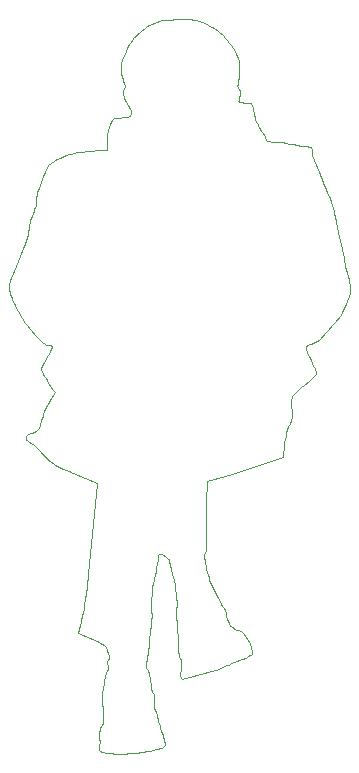
<source format=gbr>
%TF.GenerationSoftware,KiCad,Pcbnew,(5.99.0-9526-g5c17ff0595)*%
%TF.CreationDate,2021-06-06T14:51:48-05:00*%
%TF.ProjectId,BernieMittensNoChair,4265726e-6965-44d6-9974-74656e734e6f,rev?*%
%TF.SameCoordinates,Original*%
%TF.FileFunction,Profile,NP*%
%FSLAX46Y46*%
G04 Gerber Fmt 4.6, Leading zero omitted, Abs format (unit mm)*
G04 Created by KiCad (PCBNEW (5.99.0-9526-g5c17ff0595)) date 2021-06-06 14:51:48*
%MOMM*%
%LPD*%
G01*
G04 APERTURE LIST*
%TA.AperFunction,Profile*%
%ADD10C,0.100000*%
%TD*%
G04 APERTURE END LIST*
D10*
X145739602Y-125872500D02*
X145732802Y-126016400D01*
X141012300Y-96203500D02*
X141079000Y-96223500D01*
X151878392Y-116571200D02*
X151950392Y-116965300D01*
X150125400Y-125861000D02*
X150114900Y-125802400D01*
X156696900Y-123148900D02*
X156765600Y-123118800D01*
X157339400Y-75638000D02*
X157318300Y-75626200D01*
X165461500Y-85348200D02*
X165408900Y-85125400D01*
X156619700Y-123193500D02*
X156696900Y-123148900D01*
X156331503Y-123354800D02*
X156331503Y-123354800D01*
X145834802Y-128077500D02*
X145814502Y-128172200D01*
X152834900Y-68633900D02*
X152638800Y-68627600D01*
X140620500Y-98072600D02*
X140605200Y-98129500D01*
X154428200Y-113880500D02*
X154445300Y-113854500D01*
X158299600Y-122511600D02*
X158357700Y-122475300D01*
X149905592Y-118057700D02*
X149917592Y-117697700D01*
X140606800Y-98362200D02*
X140622800Y-98424100D01*
X139728900Y-85456400D02*
X139679700Y-85630700D01*
X150477602Y-128066300D02*
X150469602Y-128010400D01*
X152053692Y-119585100D02*
X152076992Y-119704700D01*
X159118000Y-77942100D02*
X159036000Y-77796400D01*
X152030592Y-117556900D02*
X152040592Y-117718100D01*
X161895100Y-79245600D02*
X161599800Y-79188700D01*
X144104800Y-118962100D02*
X144073500Y-119060700D01*
X140253100Y-83291300D02*
X140220800Y-83431900D01*
X150658602Y-128608000D02*
X150659402Y-128582900D01*
X152036592Y-119463100D02*
X152053692Y-119585100D01*
X146143700Y-78572700D02*
X146131700Y-78717600D01*
X144397200Y-79817100D02*
X144129200Y-79849700D01*
X146848402Y-130851500D02*
X146946902Y-130858800D01*
X150279892Y-115385200D02*
X150338792Y-115049500D01*
X141527500Y-99933900D02*
X141605700Y-100019200D01*
X142085000Y-106543700D02*
X142273000Y-106637700D01*
X141253100Y-80945400D02*
X141200000Y-81000000D01*
X145452802Y-130347900D02*
X145454602Y-130404000D01*
X140427500Y-103219200D02*
X140406000Y-103259300D01*
X139451600Y-104374600D02*
X139562400Y-104442200D01*
X159509300Y-78554200D02*
X159429400Y-78417800D01*
X148108302Y-130794200D02*
X148613402Y-130741300D01*
X141485900Y-96358700D02*
X141475100Y-96404300D01*
X146303602Y-122828700D02*
X146283502Y-122857700D01*
X147670500Y-74380300D02*
X147639600Y-74432100D01*
X158714900Y-77186000D02*
X158690300Y-77067900D01*
X162152993Y-100185254D02*
X162250993Y-100093054D01*
X141299900Y-100879500D02*
X141216700Y-101029400D01*
X163646600Y-80492500D02*
X163616700Y-80428800D01*
X163235893Y-97134454D02*
X163125593Y-96883054D01*
X161794193Y-102295054D02*
X161799493Y-102194054D01*
X154171000Y-68897200D02*
X153914100Y-68793000D01*
X141554100Y-100483400D02*
X141469100Y-100605300D01*
X151044302Y-130082500D02*
X151050102Y-130047400D01*
X145846402Y-127972200D02*
X145834802Y-128077500D01*
X150656102Y-128552100D02*
X150638502Y-128477200D01*
X151540100Y-68687800D02*
X151187100Y-68722200D01*
X140190900Y-83691400D02*
X140188100Y-83829500D01*
X146443800Y-77555700D02*
X146351000Y-77806400D01*
X166333900Y-89566200D02*
X166185200Y-88890600D01*
X157376000Y-74618700D02*
X157364500Y-74578100D01*
X147373500Y-72505200D02*
X147363700Y-72686200D01*
X145575102Y-129875100D02*
X145571102Y-129899400D01*
X163847093Y-98492154D02*
X163833593Y-98431554D01*
X140437500Y-95764000D02*
X140541300Y-95867300D01*
X145888802Y-130728200D02*
X145982302Y-130743000D01*
X150546292Y-113959500D02*
X150559092Y-113931200D01*
X140163300Y-84193800D02*
X140140700Y-84308300D01*
X156275200Y-119017000D02*
X156269700Y-118976700D01*
X165734800Y-86644800D02*
X165560500Y-85798700D01*
X148196000Y-76590500D02*
X148170700Y-76657000D01*
X163819993Y-98696454D02*
X163836093Y-98667954D01*
X163544800Y-80205200D02*
X163528000Y-80124500D01*
X155824500Y-118157400D02*
X155694400Y-117925000D01*
X156306500Y-119384500D02*
X156288200Y-119312800D01*
X149686400Y-123994300D02*
X149676600Y-123948400D01*
X156927700Y-120242900D02*
X156872100Y-120191700D01*
X158557200Y-76363500D02*
X158507600Y-76181200D01*
X156809200Y-71086400D02*
X156650300Y-70849800D01*
X139960000Y-103564900D02*
X139773000Y-103642100D01*
X140350600Y-103332000D02*
X140315200Y-103365800D01*
X150941102Y-129454800D02*
X150885202Y-129284900D01*
X141485600Y-96331900D02*
X141485900Y-96358700D01*
X139655200Y-103690900D02*
X139556900Y-103735300D01*
X152040592Y-117718100D02*
X152047392Y-117887800D01*
X157331900Y-73320800D02*
X157339400Y-73168400D01*
X156331400Y-123354600D02*
X156341700Y-123358400D01*
X158392100Y-122447200D02*
X158413100Y-122416100D01*
X142721600Y-80160200D02*
X142519000Y-80231400D01*
X138356100Y-92851100D02*
X138477200Y-93084500D01*
X137875500Y-91297600D02*
X137878500Y-91439700D01*
X147516500Y-75030500D02*
X147558600Y-75161100D01*
X152260300Y-68632900D02*
X152076800Y-68642500D01*
X157320100Y-73476400D02*
X157331900Y-73320800D01*
X149846492Y-120117300D02*
X149874992Y-119941800D01*
X158357700Y-122475300D02*
X158392100Y-122447200D01*
X155694400Y-117925000D02*
X155548500Y-117654600D01*
X150084092Y-116283400D02*
X150111392Y-116177100D01*
X143622100Y-79931400D02*
X143382900Y-79980300D01*
X139325800Y-103895000D02*
X139300400Y-103935900D01*
X157350000Y-74546500D02*
X157331900Y-74525000D01*
X139370400Y-87208500D02*
X139331500Y-87335600D01*
X145741802Y-128365000D02*
X145686702Y-128480100D01*
X166073200Y-93438300D02*
X166204300Y-93128900D01*
X152323302Y-122690800D02*
X152359402Y-122775300D01*
X140857700Y-97654000D02*
X140742300Y-97835700D01*
X152297802Y-122628700D02*
X152323302Y-122690800D01*
X145488202Y-130118500D02*
X145466902Y-130218500D01*
X141355000Y-96251900D02*
X141414200Y-96270700D01*
X146634800Y-77100900D02*
X146594700Y-77179900D01*
X145550802Y-129720400D02*
X145570602Y-129806900D01*
X144550800Y-115828600D02*
X144539300Y-115970500D01*
X163027393Y-96599754D02*
X163013293Y-96526354D01*
X150599192Y-113892100D02*
X150631792Y-113888100D01*
X163342493Y-97336554D02*
X163235893Y-97134454D01*
X163812493Y-98364854D02*
X163783893Y-98291354D01*
X150708992Y-113903400D02*
X150812292Y-113945000D01*
X163684393Y-98858654D02*
X163766393Y-98767954D01*
X152037392Y-118616800D02*
X152027092Y-118836600D01*
X157363500Y-75213600D02*
X157381800Y-75065000D01*
X154686200Y-69131500D02*
X154428200Y-69009100D01*
X147558600Y-75161100D02*
X147618500Y-75309300D01*
X156123100Y-118630500D02*
X156038600Y-118509600D01*
X161756593Y-102565054D02*
X161772893Y-102480554D01*
X161749393Y-100964654D02*
X161773193Y-100827554D01*
X150224202Y-127138300D02*
X150181802Y-126989900D01*
X151696392Y-115656900D02*
X151790892Y-116122700D01*
X151445792Y-114534900D02*
X151515692Y-114825400D01*
X149548700Y-122626500D02*
X149594600Y-122325000D01*
X147355900Y-72870100D02*
X147355600Y-72967200D01*
X146284300Y-77996400D02*
X146231900Y-78158800D01*
X163515200Y-80042800D02*
X163506700Y-79961300D01*
X149919192Y-119567100D02*
X149926192Y-119420700D01*
X157500300Y-120451400D02*
X157449900Y-120432600D01*
X166028100Y-88120300D02*
X165734800Y-86644800D01*
X146123602Y-123838700D02*
X146080502Y-123948500D01*
X140556200Y-82433000D02*
X140449200Y-82711500D01*
X144250200Y-118161200D02*
X144188600Y-118545800D01*
X157294600Y-75598200D02*
X157290300Y-75581100D01*
X163138193Y-96236054D02*
X163195793Y-96203454D01*
X150278102Y-127310700D02*
X150224202Y-127138300D01*
X145338402Y-121316800D02*
X145446502Y-121376700D01*
X161685693Y-102788354D02*
X161712993Y-102718954D01*
X161915593Y-100477354D02*
X161984993Y-100375854D01*
X163435993Y-99097354D02*
X163574093Y-98968454D01*
X150810902Y-130326200D02*
X150862802Y-130301400D01*
X144963700Y-79767700D02*
X144675400Y-79789700D01*
X146080502Y-123948500D02*
X146042102Y-124059800D01*
X149751000Y-69157500D02*
X149574000Y-69255900D01*
X149518900Y-123636000D02*
X149502400Y-123589900D01*
X161785393Y-102390554D02*
X161794193Y-102295054D01*
X140300000Y-83130900D02*
X140253100Y-83291300D01*
X156272400Y-119203300D02*
X156271400Y-119160700D01*
X150531702Y-128225700D02*
X150499402Y-128141500D01*
X141150600Y-81061500D02*
X141102700Y-81133200D01*
X157317500Y-120403000D02*
X157229000Y-120383700D01*
X147363700Y-72686200D02*
X147355900Y-72870100D01*
X157564049Y-120489005D02*
X157500300Y-120451400D01*
X158690300Y-77067900D02*
X158669800Y-76929300D01*
X151999492Y-117267100D02*
X152016792Y-117406000D01*
X139899600Y-104637800D02*
X139990300Y-104703500D01*
X166399800Y-89846000D02*
X166333900Y-89566200D01*
X149594600Y-122325000D02*
X149647500Y-122016100D01*
X146042102Y-124059800D02*
X146008602Y-124173600D01*
X163741593Y-95987854D02*
X163927293Y-95898854D01*
X159429400Y-78417800D02*
X159347900Y-78289000D01*
X139556900Y-103735300D02*
X139476400Y-103776900D01*
X158435200Y-122333900D02*
X158437700Y-122284700D01*
X152020792Y-119189100D02*
X152025792Y-119333000D01*
X158435200Y-122231300D02*
X158428700Y-122174400D01*
X151383092Y-114349100D02*
X151399392Y-114377700D01*
X158124300Y-122603100D02*
X158299600Y-122511600D01*
X150631792Y-113888100D02*
X150666392Y-113892100D01*
X140162800Y-104851400D02*
X140245500Y-104934600D01*
X143935400Y-119691600D02*
X143886500Y-119930000D01*
X157403300Y-75658100D02*
X157339400Y-75638000D01*
X155609603Y-123634300D02*
X155932003Y-123504200D01*
X152049892Y-118245700D02*
X152037392Y-118616800D01*
X155994000Y-70001800D02*
X155861400Y-69889500D01*
X166538700Y-90342100D02*
X166504400Y-90242800D01*
X146131700Y-78717600D02*
X146125900Y-78881500D01*
X163946900Y-81203400D02*
X163827000Y-80904100D01*
X146313602Y-122677300D02*
X146318602Y-122742700D01*
X166457500Y-90074600D02*
X166399800Y-89846000D01*
X145955402Y-124408200D02*
X145935602Y-124530100D01*
X150820802Y-129113100D02*
X150749602Y-128944400D01*
X146257402Y-123369100D02*
X146258702Y-123417000D01*
X158965100Y-77657500D02*
X158902900Y-77532700D01*
X165210100Y-84398400D02*
X165121800Y-84117900D01*
X143297800Y-107106800D02*
X145345610Y-107876476D01*
X158740500Y-77271200D02*
X158714900Y-77186000D01*
X162250993Y-100093054D02*
X162356993Y-100000554D01*
X152180702Y-121799700D02*
X152190202Y-121969400D01*
X163430500Y-79480800D02*
X163388100Y-79468700D01*
X150998202Y-130188800D02*
X151017702Y-130156000D01*
X149926192Y-119420700D02*
X149929192Y-119264000D01*
X139338100Y-104284800D02*
X139369100Y-104313900D01*
X141054600Y-81217900D02*
X141004400Y-81318700D01*
X140721300Y-96028500D02*
X140800500Y-96088900D01*
X150680102Y-130374800D02*
X150810902Y-130326200D01*
X166624200Y-90607800D02*
X166598900Y-90510000D01*
X163747293Y-98210954D02*
X163703193Y-98122654D01*
X156333600Y-119470300D02*
X156306500Y-119384500D01*
X150519692Y-114047800D02*
X150546292Y-113959500D01*
X163637793Y-97979754D02*
X163554593Y-97783754D01*
X157384800Y-74667100D02*
X157376000Y-74618700D01*
X156543000Y-123247900D02*
X156619700Y-123193500D01*
X149929192Y-119264000D02*
X149928392Y-119097500D01*
X140380600Y-103296600D02*
X140350600Y-103332000D01*
X152194502Y-122112800D02*
X152197502Y-122178400D01*
X166646000Y-90714900D02*
X166624200Y-90607800D01*
X145982302Y-130743000D02*
X146201402Y-130766800D01*
X139284900Y-103979500D02*
X139268100Y-104063000D01*
X147681600Y-74288800D02*
X147687100Y-74310600D01*
X163091493Y-96271654D02*
X163138193Y-96236054D01*
X138156800Y-92431200D02*
X138249300Y-92633800D01*
X150450292Y-114394200D02*
X150488692Y-114188400D01*
X147506300Y-74672600D02*
X147494500Y-74716900D01*
X141004400Y-81318700D02*
X140890600Y-81580900D01*
X146318602Y-122742700D02*
X146315102Y-122791800D01*
X147682100Y-74288800D02*
X147682100Y-74288800D01*
X147368900Y-73179800D02*
X147384700Y-73298600D01*
X145500202Y-130542900D02*
X145530002Y-130580000D01*
X152386802Y-122854800D02*
X152406602Y-122934800D01*
X163014293Y-96404954D02*
X163029593Y-96354854D01*
X141355000Y-99690000D02*
X141440300Y-99819100D01*
X141443500Y-106156700D02*
X141590200Y-106257200D01*
X139635600Y-85820200D02*
X139592700Y-86040300D01*
X144129200Y-79849700D02*
X143870700Y-79887800D01*
X139571900Y-94797100D02*
X139723800Y-94975600D01*
X141055200Y-101348800D02*
X140978300Y-101516000D01*
X147971400Y-70894500D02*
X147851500Y-71126700D01*
X145900502Y-124877500D02*
X145886702Y-124972300D01*
X157342700Y-73018800D02*
X157338900Y-72727100D01*
X155386300Y-117345200D02*
X155012300Y-116607500D01*
X146169902Y-123008200D02*
X146161602Y-123059800D01*
X140752900Y-98701600D02*
X140857700Y-98865000D01*
X150115602Y-126626400D02*
X150110602Y-126511100D01*
X154515900Y-114925400D02*
X154464500Y-114665200D01*
X163502700Y-79881600D02*
X163496700Y-79743700D01*
X156497500Y-119786400D02*
X156371400Y-119572800D01*
X151399392Y-114377700D02*
X151418892Y-114437100D01*
X152150602Y-121466000D02*
X152166902Y-121624700D01*
X141384100Y-100737600D02*
X141299900Y-100879500D01*
X148005800Y-76873000D02*
X147964900Y-76890100D01*
X157297800Y-72167800D02*
X157265500Y-71896600D01*
X147851500Y-71126700D02*
X147744500Y-71361600D01*
X148037100Y-70779700D02*
X147971400Y-70894500D01*
X164931300Y-83586700D02*
X164822800Y-83325200D01*
X148068700Y-76830400D02*
X148039900Y-76853200D01*
X161799493Y-102194054D02*
X161799293Y-101974454D01*
X137920600Y-91737800D02*
X137960000Y-91896700D01*
X165975600Y-93658900D02*
X166073200Y-93438300D01*
X163029593Y-96354854D02*
X163055393Y-96310754D01*
X140596200Y-98186400D02*
X140593400Y-98243800D01*
X163722500Y-80655700D02*
X163646600Y-80492500D01*
X157113200Y-120346600D02*
X157050500Y-120319600D01*
X161736493Y-102644454D02*
X161756593Y-102565054D01*
X163827000Y-80904100D02*
X163722500Y-80655700D01*
X141282100Y-99561400D02*
X141355000Y-99690000D01*
X158669800Y-76929300D02*
X158643700Y-76762100D01*
X137883800Y-91158000D02*
X137875500Y-91297600D01*
X146188202Y-122960800D02*
X146169902Y-123008200D01*
X146247902Y-123328300D02*
X146257402Y-123369100D01*
X146231900Y-78158800D02*
X146192100Y-78302700D01*
X162856193Y-99594954D02*
X163270293Y-99244754D01*
X150141300Y-68976600D02*
X149939700Y-69064200D01*
X154464500Y-114665200D02*
X154426400Y-114450600D01*
X140515500Y-102869700D02*
X140484700Y-103022900D01*
X140273900Y-103398600D02*
X140226500Y-103431000D01*
X139033200Y-94054100D02*
X139163800Y-94253400D01*
X139269900Y-104166700D02*
X139278900Y-104197600D01*
X141475600Y-96314300D02*
X141485600Y-96331900D01*
X145494902Y-128976700D02*
X145465302Y-129122800D01*
X145886702Y-124972300D02*
X145849602Y-125168300D01*
X151896100Y-68655500D02*
X151540100Y-68687800D01*
X146283502Y-122857700D02*
X146255402Y-122882800D01*
X154548300Y-110647700D02*
X154550800Y-110028800D01*
X146161602Y-123059800D02*
X146163402Y-123115000D01*
X142474600Y-106732300D02*
X142691200Y-106828500D01*
X157331900Y-74525000D02*
X157185800Y-74308100D01*
X161619493Y-102912754D02*
X161654293Y-102852754D01*
X147359600Y-73069900D02*
X147368900Y-73179800D01*
X151278092Y-114242100D02*
X151356492Y-114316500D01*
X163554593Y-97783754D02*
X163428993Y-97510254D01*
X157303600Y-75613200D02*
X157294600Y-75598200D01*
X140890600Y-81580900D02*
X140746000Y-81944400D01*
X150571892Y-113911700D02*
X150585192Y-113899100D01*
X157117300Y-71607200D02*
X156965100Y-71338000D01*
X149874992Y-119941800D02*
X149893592Y-119827800D01*
X159347900Y-78289000D02*
X159274700Y-78184200D01*
X139439300Y-86933000D02*
X139406500Y-87074100D01*
X150609402Y-128393200D02*
X150571102Y-128309400D01*
X158428700Y-122174400D02*
X158406200Y-122054100D01*
X163589400Y-80358600D02*
X163565600Y-80283900D01*
X141039900Y-105826500D02*
X141169800Y-105942300D01*
X145778402Y-126699700D02*
X145813502Y-126902300D01*
X161809293Y-100701454D02*
X161856893Y-100585354D01*
X145807002Y-125378600D02*
X145767402Y-125611000D01*
X151187100Y-68722200D02*
X150831200Y-68750800D01*
X150930892Y-114006200D02*
X151054992Y-114080400D01*
X147485900Y-74864100D02*
X147491900Y-74916000D01*
X140109200Y-84428100D02*
X140067000Y-84559000D01*
X145805502Y-130710900D02*
X145888802Y-130728200D01*
X148117100Y-76218300D02*
X148163200Y-76301500D01*
X146089202Y-121821900D02*
X146108302Y-121865000D01*
X142691200Y-106828500D02*
X142924300Y-106927500D01*
X141424000Y-96544700D02*
X141340500Y-96735200D01*
X140460600Y-103129200D02*
X140445300Y-103176000D01*
X146125900Y-78881500D02*
X146124400Y-79073600D01*
X141111900Y-97198000D02*
X140983800Y-97435600D01*
X154401600Y-114276100D02*
X154389600Y-114137000D01*
X147859600Y-76917900D02*
X147714700Y-76940200D01*
X146315102Y-122791800D02*
X146303602Y-122828700D01*
X140913100Y-105703700D02*
X141039900Y-105826500D01*
X149821502Y-130569800D02*
X150020502Y-130532000D01*
X145580802Y-121456200D02*
X145750802Y-121561500D01*
X150508602Y-130423700D02*
X150680102Y-130374800D01*
X146594700Y-77179900D02*
X146528000Y-77339100D01*
X158406200Y-122054100D02*
X158375100Y-121931500D01*
X147536400Y-73895000D02*
X147602300Y-74082500D01*
X145541502Y-128821200D02*
X145494902Y-128976700D01*
X139294900Y-94440700D02*
X139430000Y-94620400D01*
X153682900Y-68741000D02*
X153460100Y-68700000D01*
X164340200Y-82215200D02*
X164197300Y-81858700D01*
X163485200Y-79624100D02*
X163469400Y-79535700D01*
X161183493Y-104475454D02*
X161225593Y-104204954D01*
X157668123Y-120581148D02*
X157564049Y-120489005D01*
X148836000Y-69812600D02*
X148711600Y-69934100D01*
X145478902Y-129510600D02*
X145495902Y-129568800D01*
X156173900Y-118726500D02*
X156123100Y-118630500D01*
X158902900Y-77532700D02*
X158844000Y-77425900D01*
X147687100Y-74310600D02*
X147686500Y-74333100D01*
X166185200Y-88890600D02*
X166028100Y-88120300D01*
X152076800Y-68642500D02*
X151896100Y-68655500D01*
X158249000Y-121483800D02*
X157668123Y-120581148D01*
X154566100Y-109526400D02*
X154629790Y-107717724D01*
X138025500Y-90593700D02*
X137974300Y-90738800D01*
X156239900Y-118873600D02*
X156212300Y-118806700D01*
X149676600Y-123948400D02*
X149673100Y-123900800D01*
X157392300Y-74918800D02*
X157393600Y-74783400D01*
X140703000Y-97897400D02*
X140669400Y-97957000D01*
X163506700Y-79961300D02*
X163502700Y-79881600D01*
X161738093Y-101115054D02*
X161749393Y-100964654D01*
X139278900Y-104197600D02*
X139293200Y-104227200D01*
X156407400Y-123337100D02*
X156471300Y-123299500D01*
X148212300Y-76533400D02*
X148196000Y-76590500D01*
X163195793Y-96203454D02*
X163264493Y-96172554D01*
X156371400Y-119572800D02*
X156333600Y-119470300D01*
X157366800Y-122931500D02*
X157631500Y-122824200D01*
X146192100Y-78302700D02*
X146163300Y-78437600D01*
X145453002Y-129325400D02*
X145457302Y-129389000D01*
X155597900Y-69684300D02*
X155466600Y-69590600D01*
X161856893Y-100585354D02*
X161915593Y-100477354D01*
X140622800Y-98424100D02*
X140645600Y-98488500D01*
X145466102Y-129450700D02*
X145478902Y-129510600D01*
X150906702Y-130275300D02*
X150943502Y-130248200D01*
X150559092Y-113931200D02*
X150571892Y-113911700D01*
X140535800Y-105283300D02*
X140662200Y-105432900D01*
X148170700Y-76657000D02*
X148133600Y-76739900D01*
X145477902Y-130501300D02*
X145500202Y-130542900D01*
X161054193Y-105740654D02*
X161087793Y-105455854D01*
X141414200Y-96270700D02*
X141439000Y-96283500D01*
X157256000Y-73963700D02*
X157282500Y-73797500D01*
X150454302Y-127922600D02*
X150412902Y-127761500D01*
X140874500Y-96137300D02*
X140944400Y-96175100D01*
X163460600Y-79507100D02*
X163451600Y-79491000D01*
X146201402Y-130766800D02*
X146588202Y-130806100D01*
X151950392Y-116965300D02*
X151999492Y-117267100D01*
X154428200Y-69009100D02*
X154171000Y-68897200D01*
X150077800Y-125715900D02*
X150050700Y-125683300D01*
X156341700Y-123358400D02*
X156358500Y-123356400D01*
X138760900Y-93599900D02*
X138899800Y-93837800D01*
X163451600Y-79491000D02*
X163430500Y-79480800D01*
X166701400Y-91237500D02*
X166692400Y-91092600D01*
X150885202Y-129284900D02*
X150820802Y-129113100D01*
X163054000Y-79412100D02*
X162824400Y-79384700D01*
X141439000Y-96283500D02*
X141459800Y-96298300D01*
X154504900Y-113680500D02*
X154519200Y-113515000D01*
X166664800Y-90831400D02*
X166646000Y-90714900D01*
X156288200Y-119312800D02*
X156277400Y-119253200D01*
X157389700Y-120416600D02*
X157317500Y-120403000D01*
X147242202Y-130856100D02*
X147640302Y-130833600D01*
X145571102Y-129899400D02*
X145562602Y-129915700D01*
X140596700Y-98302300D02*
X140606800Y-98362200D01*
X141201400Y-99414300D02*
X141282100Y-99561400D01*
X148114300Y-76774300D02*
X148093000Y-76804400D01*
X163766393Y-98767954D02*
X163819993Y-98696454D01*
X139200200Y-87664200D02*
X139125500Y-87824600D01*
X147521600Y-74630900D02*
X147506300Y-74672600D01*
X141146400Y-96236300D02*
X141215900Y-96243100D01*
X149494300Y-123112300D02*
X149513900Y-122896800D01*
X150812292Y-113945000D02*
X150930892Y-114006200D01*
X139476400Y-103776900D02*
X139412200Y-103816500D01*
X159721900Y-78967100D02*
X159577800Y-78681600D01*
X141469100Y-100605300D02*
X141384100Y-100737600D01*
X145750802Y-121561500D02*
X145900502Y-121660500D01*
X139265100Y-104134400D02*
X139269900Y-104166700D01*
X140013100Y-84705700D02*
X139946500Y-84873900D01*
X154693900Y-115672700D02*
X154630200Y-115428000D01*
X157824500Y-75717000D02*
X157501800Y-75676100D01*
X139406500Y-87074100D02*
X139370400Y-87208500D01*
X138477200Y-93084500D02*
X138613300Y-93335900D01*
X147714700Y-76940200D02*
X147521200Y-76960000D01*
X166598900Y-90510000D02*
X166570500Y-90421600D01*
X141094300Y-99233800D02*
X141201400Y-99414300D01*
X146247402Y-122344900D02*
X146300002Y-122592000D01*
X149917592Y-117697700D02*
X149939892Y-117340500D01*
X147697500Y-75477000D02*
X147796200Y-75666000D01*
X149664800Y-123849900D02*
X149642500Y-123795200D01*
X158341500Y-121813200D02*
X158310400Y-121706700D01*
X155012300Y-116607500D02*
X154953900Y-116477300D01*
X145466902Y-130218500D02*
X145457102Y-130286000D01*
X141744900Y-106354700D02*
X141909600Y-106449700D01*
X150987002Y-129616800D02*
X150941102Y-129454800D01*
X146234202Y-123542400D02*
X146207602Y-123624600D01*
X156607300Y-119992400D02*
X156497500Y-119786400D01*
X149484300Y-123363800D02*
X149494300Y-123112300D01*
X149915392Y-118735800D02*
X149904592Y-118407700D01*
X152447300Y-68627600D02*
X152260300Y-68632900D01*
X150831200Y-68750800D02*
X150586300Y-68819500D01*
X140364700Y-82940800D02*
X140300000Y-83130900D01*
X152105712Y-119852552D02*
X152150602Y-121466000D01*
X158604400Y-76565300D02*
X158557200Y-76363500D01*
X140787500Y-105572800D02*
X140913100Y-105703700D01*
X147602300Y-74082500D02*
X147682100Y-74288800D01*
X154476600Y-113813800D02*
X154486900Y-113783300D01*
X151515692Y-114825400D02*
X151601892Y-115212200D01*
X156159900Y-70204200D02*
X155994000Y-70001800D01*
X140669400Y-97957000D02*
X140642100Y-98015200D01*
X140245500Y-104934600D02*
X140326500Y-105024800D01*
X155075000Y-69341200D02*
X154945100Y-69267300D01*
X140649400Y-102376600D02*
X140598200Y-102545300D01*
X139246300Y-87564200D02*
X139200200Y-87664200D01*
X141134900Y-101186400D02*
X141055200Y-101348800D01*
X139312700Y-104256000D02*
X139338100Y-104284800D01*
X150862802Y-130301400D02*
X150906702Y-130275300D01*
X146258702Y-123417000D02*
X146251202Y-123473900D01*
X149568800Y-123700700D02*
X149540700Y-123672100D01*
X165121800Y-84117900D02*
X165018800Y-83808800D01*
X156650300Y-70849800D02*
X156488600Y-70625600D01*
X142140800Y-80390900D02*
X141964300Y-80479100D01*
X159577800Y-78681600D02*
X159509300Y-78554200D01*
X150112402Y-126388200D02*
X150120202Y-126251100D01*
X161772893Y-102480554D02*
X161785393Y-102390554D01*
X161301500Y-79132800D02*
X160964500Y-79080700D01*
X150005400Y-125616600D02*
X149962000Y-125514800D01*
X146588202Y-130806100D02*
X146721002Y-130824400D01*
X150356600Y-68894800D02*
X150141300Y-68976600D01*
X150659402Y-128582900D02*
X150656102Y-128552100D01*
X140220800Y-83431900D02*
X140201000Y-83562000D01*
X148107200Y-70665800D02*
X148037100Y-70779700D01*
X138077800Y-92241900D02*
X138156800Y-92431200D01*
X145840402Y-127508700D02*
X145847702Y-127696400D01*
X150499402Y-128141500D02*
X150477602Y-128066300D01*
X164822800Y-83325200D02*
X164706700Y-83056700D01*
X139300400Y-103935900D02*
X139284900Y-103979500D01*
X154558800Y-109635200D02*
X154566100Y-109526400D01*
X151054992Y-114080400D02*
X151174292Y-114161100D01*
X141079000Y-96223500D02*
X141146400Y-96236300D01*
X146013302Y-121742200D02*
X146050902Y-121772800D01*
X150679702Y-128749900D02*
X150661602Y-128666700D01*
X139362600Y-103855600D02*
X139325800Y-103895000D01*
X154445300Y-113854500D02*
X154465300Y-113831600D01*
X140109700Y-103495900D02*
X139960000Y-103564900D01*
X150020502Y-130532000D02*
X150290802Y-130475100D01*
X146788002Y-130838500D02*
X146787702Y-130838500D01*
X147355600Y-72967200D02*
X147359600Y-73069900D01*
X140710500Y-98626900D02*
X140752900Y-98701600D01*
X166731200Y-91834400D02*
X166701400Y-91237500D01*
X163388100Y-79468700D02*
X163248800Y-79441100D01*
X145462902Y-130455200D02*
X145477902Y-130501300D01*
X153460100Y-68700000D02*
X153245000Y-68669200D01*
X139163800Y-94253400D02*
X139294900Y-94440700D01*
X139494700Y-86634700D02*
X139468900Y-86786300D01*
X147555000Y-71836700D02*
X147376000Y-72314100D01*
X147376000Y-72314100D02*
X147373500Y-72505200D01*
X139773000Y-103642100D02*
X139655200Y-103690900D01*
X166692400Y-91092600D02*
X166680100Y-90957300D01*
X148039900Y-76853200D02*
X148005800Y-76873000D01*
X139804600Y-104577100D02*
X139899600Y-104637800D01*
X147682100Y-74288800D02*
X147681600Y-74288800D01*
X163496700Y-79743700D02*
X163485200Y-79624100D01*
X140833900Y-101858900D02*
X140767400Y-102032200D01*
X147680700Y-74356200D02*
X147670500Y-74380300D01*
X162064193Y-100279054D02*
X162152993Y-100185254D01*
X142924300Y-106927500D02*
X143148200Y-107026600D01*
X150338792Y-115049500D02*
X150450292Y-114394200D01*
X157125100Y-123022000D02*
X157366800Y-122931500D01*
X147482800Y-73724600D02*
X147536400Y-73895000D01*
X156038600Y-118509600D02*
X155939100Y-118352000D01*
X145668402Y-130668500D02*
X145732302Y-130691100D01*
X150658102Y-128633600D02*
X150658602Y-128608000D01*
X157229000Y-120383700D02*
X157173400Y-120367700D01*
X165018800Y-83808800D02*
X164931300Y-83586700D01*
X149602602Y-130606900D02*
X149821502Y-130569800D01*
X163008793Y-96461654D02*
X163014293Y-96404954D01*
X137960000Y-91896700D02*
X138012400Y-92064200D01*
X145446502Y-121376700D02*
X145580802Y-121456200D01*
X152233102Y-122405600D02*
X152273902Y-122558700D01*
X139679700Y-85630700D02*
X139635600Y-85820200D01*
X152025792Y-119333000D02*
X152036592Y-119463100D01*
X139990300Y-104703500D02*
X140078100Y-104774400D01*
X153245000Y-68669200D02*
X153036700Y-68647500D01*
X145849602Y-125168300D02*
X145807002Y-125378600D01*
X161225593Y-104204954D02*
X161275793Y-103912154D01*
X150217192Y-115709600D02*
X150279892Y-115385200D01*
X140054200Y-95350200D02*
X140322700Y-95644200D01*
X140067000Y-84559000D02*
X140013100Y-84705700D01*
X146946902Y-130858800D02*
X147079502Y-130860100D01*
X140315200Y-103365800D02*
X140273900Y-103398600D01*
X150749602Y-128944400D02*
X150710002Y-128845900D01*
X145732302Y-130691100D02*
X145805502Y-130710900D01*
X151051902Y-130004300D02*
X151043902Y-129897000D01*
X163616700Y-80428800D02*
X163589400Y-80358600D01*
X149890500Y-125253100D02*
X149867200Y-125116700D01*
X154945100Y-69267300D02*
X154686200Y-69131500D01*
X145539102Y-129957100D02*
X145513202Y-130028000D01*
X157282500Y-73797500D02*
X157303800Y-73635300D01*
X145850202Y-127848100D02*
X145846402Y-127972200D01*
X163055393Y-96310754D02*
X163091493Y-96271654D01*
X146163300Y-78437600D02*
X146143700Y-78572700D01*
X160630100Y-79038000D02*
X160339600Y-79010500D01*
X151050102Y-130047400D02*
X151051902Y-130004300D01*
X149513900Y-122896800D02*
X149548700Y-122626500D01*
X146255402Y-122882800D02*
X146216802Y-122918700D01*
X149867200Y-125116700D02*
X149855400Y-124992400D01*
X155939100Y-118352000D02*
X155824500Y-118157400D01*
X150181802Y-126989900D02*
X150150402Y-126859200D01*
X152197502Y-122178400D02*
X152205302Y-122250600D01*
X154629790Y-107717724D02*
X156736960Y-107152652D01*
X145751602Y-125737900D02*
X145739602Y-125872500D01*
X152406602Y-122934800D02*
X152418802Y-123020000D01*
X149962000Y-125514800D02*
X149922900Y-125389700D01*
X141311800Y-80895000D02*
X141253100Y-80945400D01*
X159036000Y-77796400D02*
X158965100Y-77657500D01*
X161984993Y-100375854D02*
X162064193Y-100279054D01*
X163428993Y-97510254D02*
X163342493Y-97336554D01*
X150050700Y-125683300D02*
X150027900Y-125655000D01*
X145465302Y-129122800D02*
X145457002Y-129192300D01*
X149704699Y-124051342D02*
X149686400Y-123994300D01*
X158507600Y-76181200D02*
X158388000Y-75783400D01*
X140541300Y-95867300D02*
X140635300Y-95955100D01*
X156274900Y-119088000D02*
X156275200Y-119017000D01*
X158643700Y-76762100D02*
X158604400Y-76565300D01*
X143870700Y-79887800D02*
X143622100Y-79931400D01*
X163833593Y-98431554D02*
X163812493Y-98364854D01*
X149908392Y-119702700D02*
X149919192Y-119567100D01*
X147796200Y-75666000D02*
X147915300Y-75878100D01*
X164706700Y-83056700D02*
X164597400Y-82814100D01*
X141169800Y-105942300D02*
X141303900Y-106052100D01*
X154426400Y-114450600D02*
X154401600Y-114276100D01*
X143153300Y-80034700D02*
X142932900Y-80094800D01*
X161755893Y-101462054D02*
X161740093Y-101280254D01*
X145686702Y-128480100D02*
X145605502Y-128656000D01*
X157892700Y-122711200D02*
X158124300Y-122603100D01*
X139027400Y-88050000D02*
X138767500Y-88683200D01*
X150110602Y-126511100D02*
X150112402Y-126388200D01*
X148613402Y-130741300D02*
X149122602Y-130677900D01*
X154891500Y-116313200D02*
X154826000Y-116120600D01*
X156933100Y-123084400D02*
X157125100Y-123022000D01*
X146152902Y-121991900D02*
X146201002Y-122157800D01*
X161154393Y-104693554D02*
X161183493Y-104475454D01*
X140484700Y-103022900D02*
X140460600Y-103129200D01*
X150131502Y-126020200D02*
X150130702Y-125932700D01*
X161712993Y-102718954D02*
X161736493Y-102644454D01*
X150586300Y-68819500D02*
X150356600Y-68894800D01*
X150661602Y-128666700D02*
X150658102Y-128633600D01*
X161414693Y-103303254D02*
X161451293Y-103201454D01*
X148967100Y-69694000D02*
X148836000Y-69812600D01*
X158777100Y-77323900D02*
X158763800Y-77311100D01*
X147686500Y-74333100D02*
X147680700Y-74356200D01*
X141452100Y-80794200D02*
X141377400Y-80845600D01*
X156269700Y-118976700D02*
X156258700Y-118929500D01*
X157223900Y-74133700D02*
X157256000Y-73963700D01*
X141459800Y-96298300D02*
X141475600Y-96314300D01*
X149609400Y-123743300D02*
X149568800Y-123700700D01*
X154538500Y-112966300D02*
X154544000Y-112567200D01*
X145739102Y-126334500D02*
X145754102Y-126511000D01*
X145530002Y-130580000D02*
X145567602Y-130613100D01*
X154414200Y-113910100D02*
X154428200Y-113880500D01*
X146787702Y-130838500D02*
X146848402Y-130851500D01*
X165351200Y-84896500D02*
X165285800Y-84656100D01*
X163570393Y-96062554D02*
X163741593Y-95987854D01*
X160339600Y-79010500D02*
X159721900Y-78967100D01*
X155932003Y-123504200D02*
X156331503Y-123354800D01*
X156331503Y-123354800D02*
X156331400Y-123354600D01*
X149939700Y-69064200D02*
X149751000Y-69157500D01*
X146702500Y-77068100D02*
X146657800Y-77084900D01*
X151601892Y-115212200D02*
X151696392Y-115656900D01*
X141776400Y-100178400D02*
X141554100Y-100483400D01*
X139787000Y-85282500D02*
X139728900Y-85456400D01*
X161142393Y-104828954D02*
X161154393Y-104693554D01*
X144539300Y-115970500D02*
X144502200Y-116319400D01*
X142519000Y-80231400D02*
X142325500Y-80308400D01*
X139331500Y-87335600D02*
X139290200Y-87454400D01*
X141102700Y-81133200D02*
X141054600Y-81217900D01*
X146351000Y-77806400D02*
X146284300Y-77996400D01*
X139705000Y-104520700D02*
X139804600Y-104577100D01*
X140674700Y-98556000D02*
X140710500Y-98626900D01*
X155335700Y-69502400D02*
X155205100Y-69419400D01*
X148593100Y-70058100D02*
X148479300Y-70184200D01*
X137974300Y-90738800D02*
X137933500Y-90880000D01*
X157323100Y-72444100D02*
X157297800Y-72167800D01*
X148194600Y-76369700D02*
X148212600Y-76427800D01*
X154826000Y-116120600D02*
X154759600Y-115905300D01*
X145900502Y-121660500D02*
X146013302Y-121742200D01*
X140185800Y-83959900D02*
X140177800Y-84079400D01*
X163844893Y-98644554D02*
X163852693Y-98598254D01*
X149408000Y-69359200D02*
X149252100Y-69466900D01*
X157290300Y-75581100D02*
X157293600Y-75539300D01*
X162592893Y-99808254D02*
X162856193Y-99594954D01*
X141796300Y-80573100D02*
X141636600Y-80672900D01*
X158844000Y-77425900D02*
X158795400Y-77348200D01*
X145847702Y-127696400D02*
X145850202Y-127848100D01*
X137893600Y-91585900D02*
X137920600Y-91737800D01*
X147646700Y-71598500D02*
X147555000Y-71836700D01*
X158763800Y-77311100D02*
X158752500Y-77297500D01*
X161799293Y-101974454D02*
X161784693Y-101730754D01*
X148093000Y-76804400D02*
X148068700Y-76830400D01*
X145935602Y-124530100D02*
X145920302Y-124655200D01*
X161580893Y-102968154D02*
X161619493Y-102912754D01*
X163248800Y-79441100D02*
X163054000Y-79412100D01*
X161102093Y-105298754D02*
X161125893Y-105057554D01*
X142325500Y-80308400D02*
X142140800Y-80390900D01*
X164067700Y-81520600D02*
X163946900Y-81203400D01*
X139412200Y-103816500D02*
X139362600Y-103855600D01*
X158413100Y-122416100D02*
X158427400Y-122378000D01*
X145813502Y-126902300D02*
X145840402Y-127508700D01*
X156988100Y-120285200D02*
X156927700Y-120242900D01*
X142273000Y-106637700D02*
X142474600Y-106732300D01*
X151043902Y-129897000D02*
X151021602Y-129766200D01*
X147494500Y-74716900D02*
X147486700Y-74764600D01*
X150638502Y-128477200D02*
X150609402Y-128393200D01*
X144188600Y-118545800D02*
X144138200Y-118825300D01*
X162356993Y-100000554D02*
X162592893Y-99808254D01*
X150469602Y-128010400D02*
X150454302Y-127922600D01*
X146207602Y-123624600D02*
X146123602Y-123838700D01*
X155861400Y-69889500D02*
X155729500Y-69783800D01*
X140593400Y-98243800D02*
X140596700Y-98302300D01*
X157338900Y-72727100D02*
X157323100Y-72444100D01*
X149922900Y-125389700D02*
X149890500Y-125253100D01*
X154548000Y-111480500D02*
X154548300Y-110647700D01*
X140645600Y-98488500D02*
X140674700Y-98556000D01*
X144138200Y-118825300D02*
X144119100Y-118914000D01*
X161451293Y-103201454D02*
X161490393Y-103113754D01*
X157318300Y-75626200D02*
X157303600Y-75613200D01*
X139369100Y-104313900D02*
X139451600Y-104374600D01*
X166504400Y-90242800D02*
X166457500Y-90074600D01*
X152016792Y-117406000D02*
X152030592Y-117556900D01*
X166680100Y-90957300D02*
X166664800Y-90831400D01*
X144502200Y-116319400D02*
X144449300Y-116750400D01*
X147384700Y-73298600D02*
X147408300Y-73427900D01*
X150352302Y-127549900D02*
X150278102Y-127310700D01*
X139723800Y-94975600D02*
X140054200Y-95350200D01*
X164479300Y-82547900D02*
X164340200Y-82215200D01*
X141215900Y-96243100D02*
X141288800Y-96245100D01*
X161087793Y-105455854D02*
X161102093Y-105298754D01*
X149855400Y-124992400D02*
X149704699Y-124051342D01*
X139592700Y-86040300D02*
X139547100Y-86306800D01*
X141233700Y-96958800D02*
X141111900Y-97198000D01*
X146528000Y-77339100D02*
X146443800Y-77555700D01*
X145517002Y-129625400D02*
X145550802Y-129720400D01*
X155729500Y-69783800D02*
X155597900Y-69684300D01*
X150973902Y-130219400D02*
X150998202Y-130188800D01*
X147640302Y-130833600D02*
X148108302Y-130794200D01*
X154630200Y-115428000D02*
X154570300Y-115177300D01*
X151356492Y-114316500D02*
X151383092Y-114349100D01*
X152424302Y-123116000D02*
X152423602Y-123227800D01*
X152405002Y-123519800D02*
X152379142Y-124267927D01*
X154519200Y-113515000D02*
X154530200Y-113279600D01*
X152021292Y-119025600D02*
X152020792Y-119189100D01*
X149540700Y-123672100D02*
X149518900Y-123636000D01*
X146175502Y-123172600D02*
X146197802Y-123232000D01*
X157293600Y-75539300D02*
X157307300Y-75484900D01*
X140188100Y-83829500D02*
X140185800Y-83959900D01*
X140326500Y-105024800D02*
X140406700Y-105122600D01*
X143148200Y-107026600D02*
X143232200Y-107068900D01*
X154544000Y-112567200D02*
X154548000Y-111480500D01*
X144386100Y-117225900D02*
X144317900Y-117708700D01*
X140642100Y-98015200D02*
X140620500Y-98072600D01*
X149971292Y-116997600D02*
X150011092Y-116681500D01*
X147558900Y-74556000D02*
X147521600Y-74630900D01*
X149647500Y-122016100D02*
X149702600Y-121723600D01*
X149893592Y-119827800D02*
X149908392Y-119702700D01*
X148055700Y-76115000D02*
X148117100Y-76218300D01*
X146657800Y-77084900D02*
X146634800Y-77100900D01*
X164197300Y-81858700D02*
X164067700Y-81520600D01*
X145754102Y-126511000D02*
X145778402Y-126699700D01*
X138249300Y-92633800D02*
X138356100Y-92851100D01*
X147079502Y-130860100D02*
X147242202Y-130856100D01*
X140449200Y-82711500D02*
X140364700Y-82940800D01*
X150585192Y-113899100D02*
X150599192Y-113892100D01*
X157449900Y-120432600D02*
X157389700Y-120416600D01*
X143698241Y-120628231D02*
X145338402Y-121316800D01*
X161490393Y-103113754D02*
X161533493Y-103036754D01*
X152423602Y-123227800D02*
X152416802Y-123360700D01*
X156794000Y-123110500D02*
X156816800Y-123107500D01*
X157631500Y-122824200D02*
X157892700Y-122711200D01*
X148163200Y-76301500D02*
X148194600Y-76369700D01*
X140635300Y-95955100D02*
X140721300Y-96028500D01*
X145814502Y-128172200D02*
X145783902Y-128265200D01*
X163853393Y-98547554D02*
X163847093Y-98492154D01*
X146108302Y-121865000D02*
X146152902Y-121991900D01*
X163469400Y-79535700D02*
X163460600Y-79507100D01*
X154465300Y-113831600D02*
X154476600Y-113813800D01*
X156707900Y-120080400D02*
X156650200Y-120034500D01*
X139858200Y-85093500D02*
X139787000Y-85282500D01*
X139264600Y-104100100D02*
X139265100Y-104134400D01*
X145783902Y-128265200D02*
X145741802Y-128365000D01*
X150571102Y-128309400D02*
X150531702Y-128225700D01*
X157364500Y-74578100D02*
X157350000Y-74546500D01*
X140140700Y-84308300D02*
X140109200Y-84428100D01*
X156816800Y-123107500D02*
X156863900Y-123101500D01*
X146124400Y-79073600D02*
X146124400Y-79710800D01*
X151418892Y-114437100D02*
X151445792Y-114534900D01*
X156325100Y-70411200D02*
X156159900Y-70204200D01*
X139430000Y-94620400D02*
X139571900Y-94797100D01*
X161379793Y-103422354D02*
X161414693Y-103303254D01*
X139290200Y-87454400D02*
X139246300Y-87564200D01*
X149928392Y-119097500D02*
X149915392Y-118735800D01*
X156965100Y-71338000D02*
X156809200Y-71086400D01*
X145732802Y-126016400D02*
X145732302Y-126170000D01*
X150128602Y-126740200D02*
X150115602Y-126626400D01*
X143886500Y-119930000D02*
X143698241Y-120628231D01*
X163836093Y-98667954D02*
X163844893Y-98644554D01*
X145732302Y-126170000D02*
X145739102Y-126334500D01*
X141288800Y-96245100D02*
X141355000Y-96251900D01*
X156736960Y-107152652D02*
X161054193Y-105740654D01*
X140944400Y-96175100D02*
X141012300Y-96203500D01*
X158310400Y-121706700D02*
X158287600Y-121619400D01*
X141964300Y-80479100D02*
X141796300Y-80573100D01*
X141377400Y-80845600D02*
X141311800Y-80895000D01*
X150057992Y-116404000D02*
X150084092Y-116283400D01*
X146124400Y-79710800D02*
X145262000Y-79750900D01*
X157381800Y-75065000D02*
X157392300Y-74918800D01*
X141440300Y-99819100D02*
X141527500Y-99933900D01*
X161784693Y-101730754D02*
X161755893Y-101462054D01*
X145562602Y-129915700D02*
X145539102Y-129957100D01*
X148711600Y-69934100D02*
X148593100Y-70058100D01*
X145909502Y-124784000D02*
X145900502Y-124877500D01*
X146230402Y-123292400D02*
X146247902Y-123328300D01*
X140605200Y-98129500D02*
X140596200Y-98186400D01*
X145457302Y-129389000D02*
X145466102Y-129450700D01*
X141216700Y-101029400D02*
X141134900Y-101186400D01*
X147521200Y-76960000D02*
X147270300Y-76980600D01*
X150114900Y-125802400D02*
X150099100Y-125754700D01*
X159274700Y-78184200D02*
X159201000Y-78077200D01*
X157303800Y-73635300D02*
X157320100Y-73476400D01*
X147270300Y-76980600D02*
X147040900Y-77004200D01*
X143983300Y-119449500D02*
X143935400Y-119691600D01*
X153914100Y-68793000D02*
X153682900Y-68741000D01*
X147491900Y-74916000D02*
X147516500Y-75030500D01*
X163083793Y-96777254D02*
X163050893Y-96682954D01*
X152190202Y-121969400D02*
X152194502Y-122112800D01*
X161275793Y-103912154D02*
X161311393Y-103723654D01*
X147916800Y-76904900D02*
X147859600Y-76917900D01*
X164105293Y-95805354D02*
X165975600Y-93658900D01*
X156277400Y-119253200D02*
X156272400Y-119203300D01*
X144317900Y-117708700D02*
X144250200Y-118161200D01*
X145570602Y-129806900D02*
X145575102Y-129875100D01*
X162224500Y-79301800D02*
X161895100Y-79245600D01*
X141303900Y-106052100D02*
X141443500Y-106156700D01*
X165408900Y-85125400D02*
X165351200Y-84896500D01*
X158287600Y-121619400D02*
X158269300Y-121547700D01*
X140857700Y-98865000D02*
X140975300Y-99043300D01*
X164597400Y-82814100D02*
X164479300Y-82547900D01*
X150027900Y-125655000D02*
X150005400Y-125616600D01*
X152166902Y-121624700D02*
X152180702Y-121799700D01*
X148479300Y-70184200D02*
X148262700Y-70441300D01*
X145513202Y-130028000D02*
X145488202Y-130118500D01*
X138613300Y-93335900D02*
X138760900Y-93599900D01*
X140201000Y-83562000D02*
X140190900Y-83691400D01*
X140445300Y-103176000D02*
X140427500Y-103219200D01*
X146197802Y-123232000D02*
X146230402Y-123292400D01*
X140406700Y-105122600D02*
X140535800Y-105283300D01*
X146050902Y-121772800D02*
X146073402Y-121795100D01*
X151021602Y-129766200D02*
X150987002Y-129616800D01*
X158375100Y-121931500D02*
X158341500Y-121813200D01*
X152273902Y-122558700D02*
X152297802Y-122628700D01*
X140975300Y-99043300D02*
X141094300Y-99233800D01*
X155205100Y-69419400D02*
X155075000Y-69341200D01*
X150158492Y-115985800D02*
X150217192Y-115709600D01*
X149939892Y-117340500D02*
X149971292Y-116997600D01*
X144031100Y-119231100D02*
X143983300Y-119449500D01*
X161345693Y-103561254D02*
X161379793Y-103422354D01*
X138899800Y-93837800D02*
X139033200Y-94054100D01*
X146844900Y-77034500D02*
X146765600Y-77051300D01*
X154550800Y-110028800D02*
X154558800Y-109635200D01*
X148262700Y-70441300D02*
X148182200Y-70553000D01*
X147486700Y-74764600D02*
X147483900Y-74815400D01*
X154530200Y-113279600D02*
X154538500Y-112966300D01*
X140177800Y-84079400D02*
X140163300Y-84193800D01*
X161654293Y-102852754D02*
X161685693Y-102788354D01*
X146163402Y-123115000D02*
X146175502Y-123172600D01*
X145345610Y-107876476D02*
X144573470Y-115623659D01*
X157339400Y-73168400D02*
X157342700Y-73018800D01*
X152638800Y-68627600D02*
X152447300Y-68627600D01*
X148133600Y-76739900D02*
X148114300Y-76774300D01*
X144675400Y-79789700D02*
X144397200Y-79817100D01*
X163050893Y-96682954D02*
X163027393Y-96599754D01*
X150290802Y-130475100D02*
X150508602Y-130423700D01*
X145457102Y-130286000D02*
X145452802Y-130347900D01*
X142932900Y-80094800D02*
X142721600Y-80160200D01*
X140662200Y-105432900D02*
X140787500Y-105572800D01*
X140406000Y-103259300D02*
X140380600Y-103296600D01*
X154570300Y-115177300D02*
X154515900Y-114925400D01*
X140742300Y-97835700D02*
X140703000Y-97897400D01*
X157050500Y-120319600D02*
X156988100Y-120285200D01*
X150099100Y-125754700D02*
X150077800Y-125715900D01*
X139946500Y-84873900D02*
X139858200Y-85093500D01*
X138767500Y-88683200D02*
X138430100Y-89539300D01*
X163574093Y-98968454D02*
X163684393Y-98858654D01*
X158388000Y-75783400D02*
X157824500Y-75717000D01*
X150943502Y-130248200D02*
X150973902Y-130219400D01*
X148212600Y-76427800D02*
X148218100Y-76481000D01*
X157185800Y-74308100D02*
X157223900Y-74133700D01*
X140983800Y-97435600D02*
X140857700Y-97654000D01*
X140705800Y-102205100D02*
X140649400Y-102376600D01*
X148182200Y-70553000D02*
X148107200Y-70665800D01*
X140800500Y-96088900D02*
X140874500Y-96137300D01*
X145457002Y-129192300D02*
X145452702Y-129259900D01*
X154389600Y-114137000D02*
X154390100Y-114027900D01*
X149702600Y-121723600D02*
X149734800Y-121469167D01*
X161311393Y-103723654D02*
X161345693Y-103561254D01*
X162547600Y-79350100D02*
X162224500Y-79301800D01*
X150488692Y-114188400D02*
X150519692Y-114047800D01*
X156650200Y-120034500D02*
X156607300Y-119992400D01*
X161773193Y-100827554D02*
X161809293Y-100701454D01*
X160964500Y-79080700D02*
X160630100Y-79038000D01*
X147618500Y-75309300D02*
X147697500Y-75477000D01*
X145567602Y-130613100D02*
X145613802Y-130642400D01*
X156358500Y-123356400D02*
X156407400Y-123337100D01*
X150150402Y-126859200D02*
X150128602Y-126740200D01*
X149485600Y-123456500D02*
X149484300Y-123363800D01*
X139268100Y-104063000D02*
X139264600Y-104100100D01*
X140598200Y-102545300D02*
X140553600Y-102710000D01*
X152379142Y-124267927D02*
X152476952Y-124493598D01*
X166354700Y-92763200D02*
X166731200Y-91834400D01*
X163270293Y-99244754D02*
X163435993Y-99097354D01*
X156471300Y-123299500D02*
X156543000Y-123247900D01*
X163344193Y-96142754D02*
X163435493Y-96112654D01*
X158437700Y-122284700D02*
X158435200Y-122231300D01*
X144073500Y-119060700D02*
X144031100Y-119231100D01*
X163528000Y-80124500D02*
X163515200Y-80042800D01*
X147915300Y-75878100D02*
X148055700Y-76115000D01*
X155548500Y-117654600D02*
X155386300Y-117345200D01*
X146721002Y-130824400D02*
X146788002Y-130838500D01*
X145452702Y-129259900D02*
X145453002Y-129325400D01*
X140553600Y-102710000D02*
X140515500Y-102869700D01*
X143232200Y-107068900D02*
X143297800Y-107106800D01*
X146073402Y-121795100D02*
X146089202Y-121821900D01*
X146216802Y-122918700D02*
X146188202Y-122960800D01*
X154394900Y-113983300D02*
X154402900Y-113944200D01*
X153036700Y-68647500D02*
X152834900Y-68633900D01*
X161533493Y-103036754D02*
X161580893Y-102968154D01*
X140767400Y-102032200D02*
X140705800Y-102205100D01*
X154953900Y-116477300D02*
X154891500Y-116313200D01*
X139293200Y-104227200D02*
X139312700Y-104256000D01*
X141340500Y-96735200D02*
X141233700Y-96958800D01*
X145920302Y-124655200D02*
X145909502Y-124784000D01*
X163013293Y-96526354D02*
X163008793Y-96461654D01*
X152418802Y-123020000D02*
X152424302Y-123116000D01*
X157338400Y-75356300D02*
X157363500Y-75213600D01*
X158427400Y-122378000D02*
X158435200Y-122333900D01*
X147744500Y-71361600D02*
X147646700Y-71598500D01*
X139468900Y-86786300D02*
X139439300Y-86933000D01*
X150111392Y-116177100D02*
X150158492Y-115985800D01*
X141590200Y-106257200D02*
X141744900Y-106354700D01*
X152359402Y-122775300D02*
X152386802Y-122854800D01*
X148218100Y-76481000D02*
X148212300Y-76533400D01*
X149502400Y-123589900D02*
X149491600Y-123531000D01*
X139547100Y-86306800D02*
X139494700Y-86634700D01*
X152205302Y-122250600D02*
X152233102Y-122405600D01*
X149252100Y-69466900D02*
X149105500Y-69578600D01*
X145495902Y-129568800D02*
X145517002Y-129625400D01*
X157501800Y-75676100D02*
X157403300Y-75658100D01*
X152076992Y-119704700D02*
X152105712Y-119852552D01*
X138012400Y-92064200D02*
X138077800Y-92241900D01*
X158752500Y-77297500D02*
X158740500Y-77271200D01*
X146008602Y-124173600D02*
X145979702Y-124289400D01*
X140978300Y-101516000D02*
X140904100Y-101686500D01*
X154759600Y-115905300D02*
X154693900Y-115672700D01*
X157393600Y-74783400D02*
X157384800Y-74667100D01*
X151032802Y-130120900D02*
X151044302Y-130082500D01*
X145979702Y-124289400D02*
X145955402Y-124408200D01*
X145454602Y-130404000D02*
X145462902Y-130455200D01*
X145767402Y-125611000D02*
X145751602Y-125737900D01*
X146251202Y-123473900D02*
X146234202Y-123542400D01*
X138430100Y-89539300D02*
X138025500Y-90593700D01*
X163927293Y-95898854D02*
X164105293Y-95805354D01*
X162824400Y-79384700D02*
X162547600Y-79350100D01*
X137933500Y-90880000D02*
X137903400Y-91019400D01*
X150130702Y-125932700D02*
X150125400Y-125861000D01*
X163565600Y-80283900D02*
X163544800Y-80205200D01*
X147483900Y-74815400D02*
X147485900Y-74864100D01*
X140322700Y-95644200D02*
X140437500Y-95764000D01*
X140078100Y-104774400D02*
X140162800Y-104851400D01*
X157173400Y-120367700D02*
X157113200Y-120346600D01*
X152047392Y-117887800D02*
X152049892Y-118245700D01*
X158269300Y-121547700D02*
X158249000Y-121483800D01*
X150011092Y-116681500D02*
X150057992Y-116404000D01*
X146300002Y-122592000D02*
X146313602Y-122677300D01*
X161136393Y-104944254D02*
X161142393Y-104828954D01*
X141909600Y-106449700D02*
X142085000Y-106543700D01*
X149673100Y-123900800D02*
X149664800Y-123849900D01*
X139562400Y-104442200D02*
X139705000Y-104520700D01*
X149835132Y-120248700D02*
X149846492Y-120117300D01*
X147440400Y-73569400D02*
X147482800Y-73724600D01*
X147600300Y-74490100D02*
X147558900Y-74556000D01*
X154402900Y-113944200D02*
X154414200Y-113910100D01*
X149642500Y-123795200D02*
X149609400Y-123743300D01*
X150412902Y-127761500D02*
X150352302Y-127549900D01*
X140226500Y-103431000D02*
X140109700Y-103495900D01*
X163264493Y-96172554D02*
X163344193Y-96142754D01*
X145262000Y-79750900D02*
X144963700Y-79767700D01*
X149491600Y-123531000D02*
X149485600Y-123456500D01*
X156863900Y-123101500D02*
X156933100Y-123084400D01*
X143382900Y-79980300D02*
X143153300Y-80034700D01*
X156488600Y-70625600D02*
X156325100Y-70411200D01*
X161740093Y-101280254D02*
X161738093Y-101115054D01*
X149574000Y-69255900D02*
X149408000Y-69359200D01*
X140746000Y-81944400D02*
X140556200Y-82433000D01*
X151790892Y-116122700D02*
X151878392Y-116571200D01*
X146765600Y-77051300D02*
X146702500Y-77068100D01*
X147040900Y-77004200D02*
X146844900Y-77034500D01*
X163125593Y-96883054D02*
X163083793Y-96777254D01*
X156258700Y-118929500D02*
X156239900Y-118873600D01*
X147964900Y-76890100D02*
X147916800Y-76904900D01*
X150666392Y-113892100D02*
X150708992Y-113903400D01*
X156271400Y-119160700D02*
X156274900Y-119088000D01*
X149122602Y-130677900D02*
X149602602Y-130606900D01*
X163852693Y-98598254D02*
X163853393Y-98547554D01*
X150120202Y-126251100D02*
X150131502Y-126020200D01*
X151017702Y-130156000D02*
X151032802Y-130120900D01*
X155466600Y-69590600D02*
X155335700Y-69502400D01*
X163703193Y-98122654D02*
X163637793Y-97979754D01*
X163435493Y-96112654D02*
X163570393Y-96062554D01*
X151174292Y-114161100D02*
X151278092Y-114242100D01*
X152476952Y-124493598D02*
X155609603Y-123634300D01*
X149105500Y-69578600D02*
X148967100Y-69694000D01*
X140904100Y-101686500D02*
X140833900Y-101858900D01*
X145605502Y-128656000D02*
X145541502Y-128821200D01*
X161125893Y-105057554D02*
X161136393Y-104944254D01*
X166570500Y-90421600D02*
X166538700Y-90342100D01*
X144573470Y-115623659D02*
X144550800Y-115828600D01*
X141475100Y-96404300D02*
X141424000Y-96544700D01*
X156872100Y-120191700D02*
X156707900Y-120080400D01*
X144449300Y-116750400D02*
X144386100Y-117225900D01*
X141200000Y-81000000D02*
X141150600Y-81061500D01*
X157307300Y-75484900D02*
X157338400Y-75356300D01*
X137878500Y-91439700D02*
X137893600Y-91585900D01*
X165560500Y-85798700D02*
X165461500Y-85348200D01*
X141605700Y-100019200D02*
X141776400Y-100178400D01*
X149734800Y-121469167D02*
X149835132Y-120248700D01*
X152027092Y-118836600D02*
X152021292Y-119025600D01*
X166204300Y-93128900D02*
X166354700Y-92763200D01*
X161599800Y-79188700D02*
X161301500Y-79132800D01*
X154486900Y-113783300D02*
X154504900Y-113680500D01*
X141636600Y-80672900D02*
X141452100Y-80794200D01*
X159201000Y-78077200D02*
X159118000Y-77942100D01*
X156765600Y-123118800D02*
X156794000Y-123110500D01*
X150710002Y-128845900D02*
X150679702Y-128749900D01*
X147408300Y-73427900D02*
X147440400Y-73569400D01*
X149904592Y-118407700D02*
X149905592Y-118057700D01*
X156212300Y-118806700D02*
X156173900Y-118726500D01*
X163783893Y-98291354D02*
X163747293Y-98210954D01*
X145613802Y-130642400D02*
X145668402Y-130668500D01*
X154390100Y-114027900D02*
X154394900Y-113983300D01*
X137903400Y-91019400D02*
X137883800Y-91158000D01*
X165285800Y-84656100D02*
X165210100Y-84398400D01*
X147639600Y-74432100D02*
X147600300Y-74490100D01*
X158795400Y-77348200D02*
X158777100Y-77323900D01*
X144119100Y-118914000D02*
X144104800Y-118962100D01*
X146201002Y-122157800D02*
X146247402Y-122344900D01*
X139125500Y-87824600D02*
X139027400Y-88050000D01*
X157265500Y-71896600D02*
X157117300Y-71607200D01*
X152416802Y-123360700D02*
X152405002Y-123519800D01*
M02*

</source>
